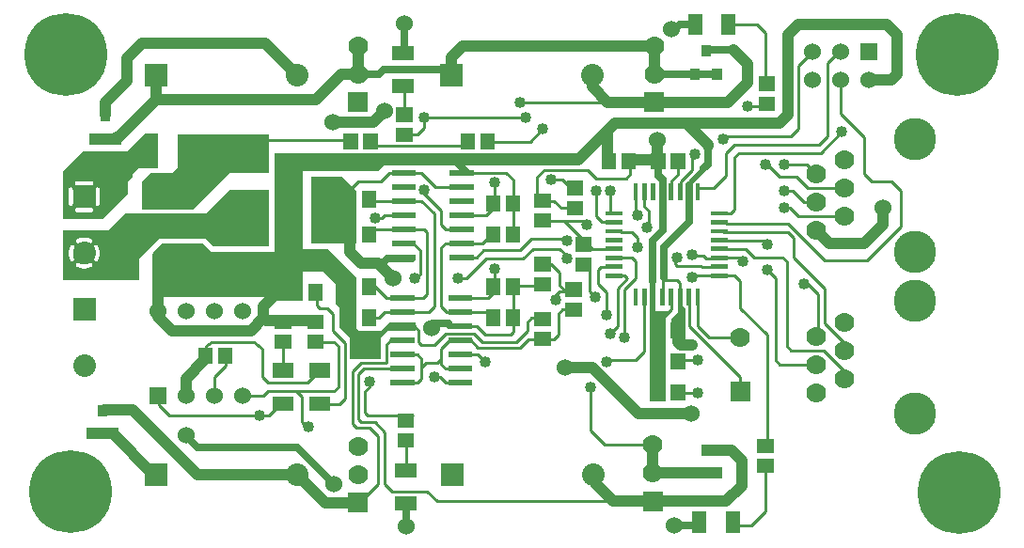
<source format=gbr>
G04 start of page 2 for group 0 idx 0 *
G04 Title: (unknown), component *
G04 Creator: pcb 20110918 *
G04 CreationDate: Thu 28 Mar 2013 10:57:24 PM GMT UTC *
G04 For: railfan *
G04 Format: Gerber/RS-274X *
G04 PCB-Dimensions: 350000 190000 *
G04 PCB-Coordinate-Origin: lower left *
%MOIN*%
%FSLAX25Y25*%
%LNTOP*%
%ADD36C,0.0450*%
%ADD35C,0.0380*%
%ADD34C,0.1280*%
%ADD33C,0.0300*%
%ADD32C,0.1285*%
%ADD31C,0.0390*%
%ADD30C,0.0280*%
%ADD29C,0.0480*%
%ADD28C,0.0350*%
%ADD27C,0.0200*%
%ADD26R,0.0157X0.0157*%
%ADD25R,0.0200X0.0200*%
%ADD24R,0.0360X0.0360*%
%ADD23R,0.0630X0.0630*%
%ADD22R,0.0340X0.0340*%
%ADD21R,0.0512X0.0512*%
%ADD20C,0.0787*%
%ADD19C,0.1500*%
%ADD18C,0.2937*%
%ADD17C,0.0700*%
%ADD16C,0.0600*%
%ADD15C,0.0800*%
%ADD14C,0.0250*%
%ADD13C,0.0400*%
%ADD12C,0.0100*%
%ADD11C,0.0001*%
G54D11*G36*
X113500Y82000D02*X119500D01*
Y76000D01*
X113500D01*
Y82000D01*
G37*
G36*
X128000Y73500D02*Y65000D01*
X117000D01*
Y73500D01*
X128000D01*
G37*
G36*
X112000Y88000D02*X119500D01*
Y81500D01*
X113500D01*
Y83000D01*
X112000Y84500D01*
Y88000D01*
G37*
G36*
X113500Y77000D02*X119500D01*
Y76000D01*
X120500Y75000D01*
X128500D01*
Y73000D01*
X128000Y72500D01*
X117000D01*
X113500Y76000D01*
Y77000D01*
G37*
G36*
X127500Y72500D02*Y75000D01*
X128000D01*
X131000Y78000D01*
X140500D01*
Y75000D01*
X130500D01*
X128000Y72500D01*
X127500D01*
G37*
G36*
X224000Y82000D02*X229000D01*
Y50000D01*
X224000D01*
Y82000D01*
G37*
G36*
X231000Y78000D02*Y79000D01*
X233500Y81500D01*
Y84500D01*
X235000D01*
Y84000D01*
X236000Y83000D01*
Y77000D01*
X231000D01*
Y78000D01*
G37*
G36*
X223500Y93500D02*X225500D01*
Y50000D01*
X223500D01*
Y93500D01*
G37*
G36*
X103500Y106000D02*Y129500D01*
X114500D01*
X119500Y124500D01*
Y106000D01*
X103500D01*
G37*
G36*
X100500Y104000D02*X109500D01*
X119500Y94000D01*
Y87500D01*
X112000D01*
Y91500D01*
X107500Y96000D01*
X97500D01*
Y104000D01*
X100500D01*
G37*
G36*
Y85500D02*X90500D01*
Y136000D01*
X100500D01*
Y85500D01*
G37*
G36*
X90500Y138000D02*X127000D01*
Y131500D01*
X90500D01*
Y138000D01*
G37*
G36*
X126000Y135000D02*Y135500D01*
X129000D01*
Y133500D01*
X127000Y131500D01*
X126000D01*
Y135000D01*
G37*
G36*
X231900Y74600D02*X236100D01*
Y70200D01*
X231900D01*
Y74600D01*
G37*
G36*
X27750Y138500D02*X40000D01*
Y129500D01*
X29000Y118500D01*
X27750D01*
Y119248D01*
X27868Y119257D01*
X27982Y119285D01*
X28092Y119330D01*
X28192Y119391D01*
X28282Y119468D01*
X28359Y119558D01*
X28420Y119658D01*
X28465Y119768D01*
X28493Y119882D01*
X28500Y120000D01*
Y125000D01*
X28493Y125118D01*
X28465Y125232D01*
X28420Y125342D01*
X28359Y125442D01*
X28282Y125532D01*
X28192Y125609D01*
X28092Y125670D01*
X27982Y125715D01*
X27868Y125743D01*
X27750Y125752D01*
Y138500D01*
G37*
G36*
X23000Y136000D02*X25500Y138500D01*
X27750D01*
Y125752D01*
X27632Y125743D01*
X27518Y125715D01*
X27408Y125670D01*
X27308Y125609D01*
X27218Y125532D01*
X27141Y125442D01*
X27080Y125342D01*
X27035Y125232D01*
X27007Y125118D01*
X27000Y125000D01*
Y120000D01*
X27007Y119882D01*
X27035Y119768D01*
X27080Y119658D01*
X27141Y119558D01*
X27218Y119468D01*
X27308Y119391D01*
X27408Y119330D01*
X27518Y119285D01*
X27632Y119257D01*
X27750Y119248D01*
Y118500D01*
X25500D01*
X25500Y118500D01*
X23000D01*
Y126500D01*
X25500D01*
X25618Y126507D01*
X25732Y126535D01*
X25842Y126580D01*
X25942Y126641D01*
X26032Y126718D01*
X26109Y126808D01*
X26170Y126908D01*
X26215Y127018D01*
X26243Y127132D01*
X26252Y127250D01*
X26243Y127368D01*
X26215Y127482D01*
X26170Y127592D01*
X26109Y127692D01*
X26032Y127782D01*
X25942Y127859D01*
X25842Y127920D01*
X25732Y127965D01*
X25618Y127993D01*
X25500Y128000D01*
X23000D01*
Y136000D01*
G37*
G36*
X19000Y118500D02*Y132000D01*
X23000Y136000D01*
Y128000D01*
X20500D01*
X20382Y127993D01*
X20268Y127965D01*
X20158Y127920D01*
X20058Y127859D01*
X19968Y127782D01*
X19891Y127692D01*
X19830Y127592D01*
X19785Y127482D01*
X19757Y127368D01*
X19748Y127250D01*
X19757Y127132D01*
X19785Y127018D01*
X19830Y126908D01*
X19891Y126808D01*
X19968Y126718D01*
X20058Y126641D01*
X20158Y126580D01*
X20268Y126535D01*
X20382Y126507D01*
X20500Y126500D01*
X23000D01*
Y118500D01*
X20500D01*
X20500Y118500D01*
X19000D01*
G37*
G36*
X40000Y138500D02*X49000D01*
Y132500D01*
X42000D01*
X39000Y129500D01*
Y138500D01*
X40000D01*
G37*
G36*
X16500Y106500D02*Y110000D01*
X26500D01*
X29000Y107500D01*
Y106500D01*
X25864D01*
X25865Y106504D01*
X25893Y106619D01*
X25902Y106737D01*
X25892Y106855D01*
X25865Y106969D01*
X25819Y107078D01*
X25757Y107179D01*
X25681Y107269D01*
X25591Y107345D01*
X25489Y107405D01*
X25020Y107622D01*
X24531Y107789D01*
X24028Y107909D01*
X23516Y107982D01*
X23000Y108006D01*
X22484Y107982D01*
X21972Y107909D01*
X21469Y107789D01*
X20980Y107622D01*
X20508Y107410D01*
X20407Y107349D01*
X20316Y107272D01*
X20239Y107182D01*
X20177Y107080D01*
X20131Y106971D01*
X20103Y106855D01*
X20094Y106737D01*
X20103Y106619D01*
X20130Y106503D01*
X20132Y106500D01*
X16500D01*
G37*
G36*
X29000Y118500D02*Y117500D01*
X27750Y116250D01*
Y119248D01*
X27868Y119257D01*
X27982Y119285D01*
X28092Y119330D01*
X28192Y119391D01*
X28282Y119468D01*
X28359Y119558D01*
X28420Y119658D01*
X28465Y119768D01*
X28493Y119882D01*
X28500Y120000D01*
Y125000D01*
X28493Y125118D01*
X28465Y125232D01*
X28420Y125342D01*
X28359Y125442D01*
X28282Y125532D01*
X28192Y125609D01*
X28092Y125670D01*
X27982Y125715D01*
X27868Y125743D01*
X27750Y125752D01*
Y132000D01*
X29000D01*
Y118500D01*
G37*
G36*
X27750Y116250D02*X26500Y115000D01*
X23000D01*
Y117000D01*
X25500D01*
X25618Y117007D01*
X25732Y117035D01*
X25842Y117080D01*
X25942Y117141D01*
X26032Y117218D01*
X26109Y117308D01*
X26170Y117408D01*
X26215Y117518D01*
X26243Y117632D01*
X26252Y117750D01*
X26243Y117868D01*
X26215Y117982D01*
X26170Y118092D01*
X26109Y118192D01*
X26032Y118282D01*
X25942Y118359D01*
X25842Y118420D01*
X25732Y118465D01*
X25618Y118493D01*
X25500Y118500D01*
X23000D01*
Y126500D01*
X25500D01*
X25618Y126507D01*
X25732Y126535D01*
X25842Y126580D01*
X25942Y126641D01*
X26032Y126718D01*
X26109Y126808D01*
X26170Y126908D01*
X26215Y127018D01*
X26243Y127132D01*
X26252Y127250D01*
X26243Y127368D01*
X26215Y127482D01*
X26170Y127592D01*
X26109Y127692D01*
X26032Y127782D01*
X25942Y127859D01*
X25842Y127920D01*
X25732Y127965D01*
X25618Y127993D01*
X25500Y128000D01*
X23000D01*
Y132000D01*
X27750D01*
Y125752D01*
X27632Y125743D01*
X27518Y125715D01*
X27408Y125670D01*
X27308Y125609D01*
X27218Y125532D01*
X27141Y125442D01*
X27080Y125342D01*
X27035Y125232D01*
X27007Y125118D01*
X27000Y125000D01*
Y120000D01*
X27007Y119882D01*
X27035Y119768D01*
X27080Y119658D01*
X27141Y119558D01*
X27218Y119468D01*
X27308Y119391D01*
X27408Y119330D01*
X27518Y119285D01*
X27632Y119257D01*
X27750Y119248D01*
Y116250D01*
G37*
G36*
X23000Y115000D02*X18250D01*
Y119248D01*
X18368Y119257D01*
X18482Y119285D01*
X18592Y119330D01*
X18692Y119391D01*
X18782Y119468D01*
X18859Y119558D01*
X18920Y119658D01*
X18965Y119768D01*
X18993Y119882D01*
X19000Y120000D01*
Y125000D01*
X18993Y125118D01*
X18965Y125232D01*
X18920Y125342D01*
X18859Y125442D01*
X18782Y125532D01*
X18692Y125609D01*
X18592Y125670D01*
X18482Y125715D01*
X18368Y125743D01*
X18250Y125752D01*
Y131750D01*
X18500Y132000D01*
X23000D01*
Y128000D01*
X20500D01*
X20382Y127993D01*
X20268Y127965D01*
X20158Y127920D01*
X20058Y127859D01*
X19968Y127782D01*
X19891Y127692D01*
X19830Y127592D01*
X19785Y127482D01*
X19757Y127368D01*
X19748Y127250D01*
X19757Y127132D01*
X19785Y127018D01*
X19830Y126908D01*
X19891Y126808D01*
X19968Y126718D01*
X20058Y126641D01*
X20158Y126580D01*
X20268Y126535D01*
X20382Y126507D01*
X20500Y126500D01*
X23000D01*
Y118500D01*
X20500D01*
X20382Y118493D01*
X20268Y118465D01*
X20158Y118420D01*
X20058Y118359D01*
X19968Y118282D01*
X19891Y118192D01*
X19830Y118092D01*
X19785Y117982D01*
X19757Y117868D01*
X19748Y117750D01*
X19757Y117632D01*
X19785Y117518D01*
X19830Y117408D01*
X19891Y117308D01*
X19968Y117218D01*
X20058Y117141D01*
X20158Y117080D01*
X20268Y117035D01*
X20382Y117007D01*
X20500Y117000D01*
X23000D01*
Y115000D01*
G37*
G36*
X18250D02*X16500D01*
Y130000D01*
X18250Y131750D01*
Y125752D01*
X18132Y125743D01*
X18018Y125715D01*
X17908Y125670D01*
X17808Y125609D01*
X17718Y125532D01*
X17641Y125442D01*
X17580Y125342D01*
X17535Y125232D01*
X17507Y125118D01*
X17500Y125000D01*
Y120000D01*
X17507Y119882D01*
X17535Y119768D01*
X17580Y119658D01*
X17641Y119558D01*
X17718Y119468D01*
X17808Y119391D01*
X17908Y119330D01*
X18018Y119285D01*
X18132Y119257D01*
X18250Y119248D01*
Y115000D01*
G37*
G36*
X27493Y110500D02*X29500D01*
X34625Y105375D01*
X34528Y104971D01*
X34491Y104500D01*
X34528Y104029D01*
X34638Y103570D01*
X34819Y103134D01*
X35065Y102731D01*
X35372Y102372D01*
X35731Y102065D01*
X36134Y101819D01*
X36570Y101638D01*
X37029Y101528D01*
X37500Y101491D01*
X37971Y101528D01*
X38375Y101625D01*
X42500Y97500D01*
Y93000D01*
X27493D01*
Y99645D01*
X27578Y99681D01*
X27679Y99743D01*
X27769Y99819D01*
X27845Y99909D01*
X27905Y100011D01*
X28122Y100480D01*
X28289Y100969D01*
X28409Y101472D01*
X28482Y101984D01*
X28506Y102500D01*
X28482Y103016D01*
X28409Y103528D01*
X28289Y104031D01*
X28122Y104520D01*
X27910Y104992D01*
X27849Y105093D01*
X27772Y105184D01*
X27682Y105261D01*
X27580Y105323D01*
X27493Y105360D01*
Y110500D01*
G37*
G36*
X23002D02*X27493D01*
Y105360D01*
X27471Y105369D01*
X27355Y105397D01*
X27237Y105406D01*
X27119Y105397D01*
X27003Y105370D01*
X26893Y105324D01*
X26792Y105262D01*
X26702Y105186D01*
X26624Y105095D01*
X26562Y104994D01*
X26516Y104885D01*
X26489Y104769D01*
X26479Y104651D01*
X26488Y104532D01*
X26516Y104417D01*
X26563Y104308D01*
X26721Y103968D01*
X26842Y103612D01*
X26930Y103247D01*
X26982Y102875D01*
X27000Y102500D01*
X26982Y102125D01*
X26930Y101753D01*
X26842Y101388D01*
X26721Y101032D01*
X26567Y100690D01*
X26520Y100582D01*
X26493Y100467D01*
X26483Y100349D01*
X26493Y100232D01*
X26521Y100117D01*
X26566Y100008D01*
X26628Y99907D01*
X26705Y99818D01*
X26795Y99741D01*
X26895Y99680D01*
X27004Y99635D01*
X27119Y99607D01*
X27237Y99598D01*
X27355Y99608D01*
X27469Y99635D01*
X27493Y99645D01*
Y93000D01*
X23002D01*
Y96994D01*
X23516Y97018D01*
X24028Y97091D01*
X24531Y97211D01*
X25020Y97378D01*
X25492Y97590D01*
X25593Y97651D01*
X25684Y97728D01*
X25761Y97818D01*
X25823Y97920D01*
X25869Y98029D01*
X25897Y98145D01*
X25906Y98263D01*
X25897Y98381D01*
X25870Y98497D01*
X25824Y98607D01*
X25762Y98708D01*
X25686Y98798D01*
X25595Y98876D01*
X25494Y98938D01*
X25385Y98984D01*
X25269Y99011D01*
X25151Y99021D01*
X25032Y99012D01*
X24917Y98984D01*
X24808Y98937D01*
X24468Y98779D01*
X24112Y98658D01*
X23747Y98570D01*
X23375Y98518D01*
X23002Y98500D01*
Y106500D01*
X23375Y106482D01*
X23747Y106430D01*
X24112Y106342D01*
X24468Y106221D01*
X24810Y106067D01*
X24918Y106020D01*
X25033Y105993D01*
X25151Y105983D01*
X25268Y105993D01*
X25383Y106021D01*
X25492Y106066D01*
X25593Y106128D01*
X25682Y106205D01*
X25759Y106295D01*
X25820Y106395D01*
X25865Y106504D01*
X25893Y106619D01*
X25902Y106737D01*
X25892Y106855D01*
X25865Y106969D01*
X25819Y107078D01*
X25757Y107179D01*
X25681Y107269D01*
X25591Y107345D01*
X25489Y107405D01*
X25020Y107622D01*
X24531Y107789D01*
X24028Y107909D01*
X23516Y107982D01*
X23002Y108006D01*
Y110500D01*
G37*
G36*
X18507D02*X23002D01*
Y108006D01*
X23000Y108006D01*
X22484Y107982D01*
X21972Y107909D01*
X21469Y107789D01*
X20980Y107622D01*
X20508Y107410D01*
X20407Y107349D01*
X20316Y107272D01*
X20239Y107182D01*
X20177Y107080D01*
X20131Y106971D01*
X20103Y106855D01*
X20094Y106737D01*
X20103Y106619D01*
X20130Y106503D01*
X20176Y106393D01*
X20238Y106292D01*
X20314Y106202D01*
X20405Y106124D01*
X20506Y106062D01*
X20615Y106016D01*
X20731Y105989D01*
X20849Y105979D01*
X20968Y105988D01*
X21083Y106016D01*
X21192Y106063D01*
X21532Y106221D01*
X21888Y106342D01*
X22253Y106430D01*
X22625Y106482D01*
X23000Y106500D01*
X23002Y106500D01*
Y98500D01*
X23000Y98500D01*
X22625Y98518D01*
X22253Y98570D01*
X21888Y98658D01*
X21532Y98779D01*
X21190Y98933D01*
X21082Y98980D01*
X20967Y99007D01*
X20849Y99017D01*
X20732Y99007D01*
X20617Y98979D01*
X20508Y98934D01*
X20407Y98872D01*
X20318Y98795D01*
X20241Y98705D01*
X20180Y98605D01*
X20135Y98496D01*
X20107Y98381D01*
X20098Y98263D01*
X20108Y98145D01*
X20135Y98031D01*
X20181Y97922D01*
X20243Y97821D01*
X20319Y97731D01*
X20409Y97655D01*
X20511Y97595D01*
X20980Y97378D01*
X21469Y97211D01*
X21972Y97091D01*
X22484Y97018D01*
X23000Y96994D01*
X23002Y96994D01*
Y93000D01*
X18507D01*
Y99640D01*
X18529Y99631D01*
X18645Y99603D01*
X18763Y99594D01*
X18881Y99603D01*
X18997Y99630D01*
X19107Y99676D01*
X19208Y99738D01*
X19298Y99814D01*
X19376Y99905D01*
X19438Y100006D01*
X19484Y100115D01*
X19511Y100231D01*
X19521Y100349D01*
X19512Y100468D01*
X19484Y100583D01*
X19437Y100692D01*
X19279Y101032D01*
X19158Y101388D01*
X19070Y101753D01*
X19018Y102125D01*
X19000Y102500D01*
X19018Y102875D01*
X19070Y103247D01*
X19158Y103612D01*
X19279Y103968D01*
X19433Y104310D01*
X19480Y104418D01*
X19507Y104533D01*
X19517Y104651D01*
X19507Y104768D01*
X19479Y104883D01*
X19434Y104992D01*
X19372Y105093D01*
X19295Y105182D01*
X19205Y105259D01*
X19105Y105320D01*
X18996Y105365D01*
X18881Y105393D01*
X18763Y105402D01*
X18645Y105392D01*
X18531Y105365D01*
X18507Y105355D01*
Y110500D01*
G37*
G36*
X15500D02*X18507D01*
Y105355D01*
X18422Y105319D01*
X18321Y105257D01*
X18231Y105181D01*
X18155Y105091D01*
X18095Y104989D01*
X17878Y104520D01*
X17711Y104031D01*
X17591Y103528D01*
X17518Y103016D01*
X17494Y102500D01*
X17518Y101984D01*
X17591Y101472D01*
X17711Y100969D01*
X17878Y100480D01*
X18090Y100008D01*
X18151Y99907D01*
X18228Y99816D01*
X18318Y99739D01*
X18420Y99677D01*
X18507Y99640D01*
Y93000D01*
X15500D01*
Y110500D01*
G37*
G36*
X27750Y130000D02*X38500D01*
Y123500D01*
X29500Y114500D01*
X27750D01*
Y119248D01*
X27868Y119257D01*
X27982Y119285D01*
X28092Y119330D01*
X28192Y119391D01*
X28282Y119468D01*
X28359Y119558D01*
X28420Y119658D01*
X28465Y119768D01*
X28493Y119882D01*
X28500Y120000D01*
Y125000D01*
X28493Y125118D01*
X28465Y125232D01*
X28420Y125342D01*
X28359Y125442D01*
X28282Y125532D01*
X28192Y125609D01*
X28092Y125670D01*
X27982Y125715D01*
X27868Y125743D01*
X27750Y125752D01*
Y130000D01*
G37*
G36*
X23000D02*X27750D01*
Y125752D01*
X27632Y125743D01*
X27518Y125715D01*
X27408Y125670D01*
X27308Y125609D01*
X27218Y125532D01*
X27141Y125442D01*
X27080Y125342D01*
X27035Y125232D01*
X27007Y125118D01*
X27000Y125000D01*
Y120000D01*
X27007Y119882D01*
X27035Y119768D01*
X27080Y119658D01*
X27141Y119558D01*
X27218Y119468D01*
X27308Y119391D01*
X27408Y119330D01*
X27518Y119285D01*
X27632Y119257D01*
X27750Y119248D01*
Y114500D01*
X23000D01*
Y117000D01*
X25500D01*
X25618Y117007D01*
X25732Y117035D01*
X25842Y117080D01*
X25942Y117141D01*
X26032Y117218D01*
X26109Y117308D01*
X26170Y117408D01*
X26215Y117518D01*
X26243Y117632D01*
X26252Y117750D01*
X26243Y117868D01*
X26215Y117982D01*
X26170Y118092D01*
X26109Y118192D01*
X26032Y118282D01*
X25942Y118359D01*
X25842Y118420D01*
X25732Y118465D01*
X25618Y118493D01*
X25500Y118500D01*
X23000D01*
Y126500D01*
X25500D01*
X25618Y126507D01*
X25732Y126535D01*
X25842Y126580D01*
X25942Y126641D01*
X26032Y126718D01*
X26109Y126808D01*
X26170Y126908D01*
X26215Y127018D01*
X26243Y127132D01*
X26252Y127250D01*
X26243Y127368D01*
X26215Y127482D01*
X26170Y127592D01*
X26109Y127692D01*
X26032Y127782D01*
X25942Y127859D01*
X25842Y127920D01*
X25732Y127965D01*
X25618Y127993D01*
X25500Y128000D01*
X23000D01*
Y130000D01*
G37*
G36*
X18250D02*X23000D01*
Y128000D01*
X20500D01*
X20382Y127993D01*
X20268Y127965D01*
X20158Y127920D01*
X20058Y127859D01*
X19968Y127782D01*
X19891Y127692D01*
X19830Y127592D01*
X19785Y127482D01*
X19757Y127368D01*
X19748Y127250D01*
X19757Y127132D01*
X19785Y127018D01*
X19830Y126908D01*
X19891Y126808D01*
X19968Y126718D01*
X20058Y126641D01*
X20158Y126580D01*
X20268Y126535D01*
X20382Y126507D01*
X20500Y126500D01*
X23000D01*
Y118500D01*
X20500D01*
X20382Y118493D01*
X20268Y118465D01*
X20158Y118420D01*
X20058Y118359D01*
X19968Y118282D01*
X19891Y118192D01*
X19830Y118092D01*
X19785Y117982D01*
X19757Y117868D01*
X19748Y117750D01*
X19757Y117632D01*
X19785Y117518D01*
X19830Y117408D01*
X19891Y117308D01*
X19968Y117218D01*
X20058Y117141D01*
X20158Y117080D01*
X20268Y117035D01*
X20382Y117007D01*
X20500Y117000D01*
X23000D01*
Y114500D01*
X18250D01*
Y119248D01*
X18368Y119257D01*
X18482Y119285D01*
X18592Y119330D01*
X18692Y119391D01*
X18782Y119468D01*
X18859Y119558D01*
X18920Y119658D01*
X18965Y119768D01*
X18993Y119882D01*
X19000Y120000D01*
Y125000D01*
X18993Y125118D01*
X18965Y125232D01*
X18920Y125342D01*
X18859Y125442D01*
X18782Y125532D01*
X18692Y125609D01*
X18592Y125670D01*
X18482Y125715D01*
X18368Y125743D01*
X18250Y125752D01*
Y130000D01*
G37*
G36*
X15500Y114500D02*Y130000D01*
X18250D01*
Y125752D01*
X18132Y125743D01*
X18018Y125715D01*
X17908Y125670D01*
X17808Y125609D01*
X17718Y125532D01*
X17641Y125442D01*
X17580Y125342D01*
X17535Y125232D01*
X17507Y125118D01*
X17500Y125000D01*
Y120000D01*
X17507Y119882D01*
X17535Y119768D01*
X17580Y119658D01*
X17641Y119558D01*
X17718Y119468D01*
X17808Y119391D01*
X17908Y119330D01*
X18018Y119285D01*
X18132Y119257D01*
X18250Y119248D01*
Y114500D01*
X15500D01*
G37*
G36*
Y129500D02*Y131500D01*
X22500Y138500D01*
X26500D01*
Y129500D01*
X15500D01*
G37*
G36*
X38000Y138500D02*X44500Y145000D01*
X49000D01*
Y138000D01*
X38000D01*
Y138500D01*
G37*
G36*
X28500Y110500D02*X31500D01*
X37500Y116500D01*
X66000D01*
X74500Y125000D01*
X88500D01*
Y105000D01*
X68500D01*
X66000Y107500D01*
X49500D01*
X42500Y100500D01*
Y96000D01*
X31500D01*
Y103500D01*
X28500Y106500D01*
Y110500D01*
G37*
G36*
X56000Y144500D02*X88500D01*
Y131000D01*
X74500D01*
X61500Y118000D01*
X43500D01*
Y128000D01*
X46500Y131000D01*
X54000D01*
X56000Y133000D01*
Y144500D01*
G37*
G36*
X50500Y106000D02*X65000D01*
X68000Y103000D01*
X95500D01*
Y87000D01*
X47500D01*
Y103000D01*
X50500Y106000D01*
G37*
G54D12*X177500Y156000D02*X225000D01*
G54D13*X203000Y165500D02*Y161500D01*
X208500Y156000D01*
X157000Y176000D02*X225000D01*
G54D12*X166000Y142000D02*X181000D01*
X184500Y145500D01*
X159500Y131000D02*X172500D01*
X175000Y128500D01*
X188500D02*X192500D01*
G54D13*X198000Y135500D02*X211000Y148500D01*
X208500Y145500D02*Y134500D01*
G54D12*X183500Y129500D02*X186000Y132000D01*
X201500D01*
X204500Y129000D01*
X215000D01*
X216500Y130500D02*Y134500D01*
G54D13*X215500Y135500D02*X226000D01*
G54D12*X233500Y130500D02*Y134500D01*
G54D13*X226000Y134000D02*Y142500D01*
G54D14*X226500Y130000D02*Y133500D01*
X244000Y136500D02*Y140500D01*
Y134000D02*Y141000D01*
G54D13*X225000Y176000D02*Y166000D01*
X244000Y141000D02*X236500Y148500D01*
X244000Y140500D02*Y141000D01*
G54D14*X242500Y142500D01*
G54D12*X238500Y132000D02*Y136500D01*
X239500Y137500D01*
G54D14*X242500Y132500D02*X244000Y134000D01*
G54D12*X250500Y130000D02*Y138000D01*
X253500Y141000D01*
X249500Y143000D02*X250500Y144000D01*
G54D13*X30500Y156000D02*X38000Y163500D01*
Y171500D01*
X30500Y156000D02*Y151500D01*
X34000Y143000D02*X34500Y143500D01*
G54D12*X73000Y62500D02*Y65500D01*
X66000Y67000D02*Y69500D01*
X68000Y71000D01*
G54D13*X49000Y80000D02*X54000Y75000D01*
X34500Y143500D02*X35000D01*
X48500Y157000D01*
X54000Y75000D02*X82000D01*
G54D12*X68000Y71000D02*X83000D01*
G54D13*X34000Y143000D02*X27000D01*
X38000Y171500D02*X43500Y177000D01*
X87000D01*
X48500Y157000D02*Y167000D01*
X48000Y167500D01*
X48500Y157000D02*X105000D01*
G54D12*X111000Y142500D02*X85500D01*
G54D13*X87000Y177000D02*X98500Y165500D01*
G54D12*X110000Y142500D02*X117000D01*
G54D13*X92500Y88500D02*X97500D01*
G54D12*X83000Y71000D02*X86000Y68500D01*
G54D13*X82000Y75000D02*X86500Y79500D01*
G54D12*X121000Y63500D02*X130000D01*
G54D14*X117000Y90500D02*Y79500D01*
G54D12*X115500Y70500D02*X111000Y75000D01*
Y81000D01*
X130000Y63500D02*Y70000D01*
X131500Y71500D01*
G54D14*X128500Y98500D02*X130500Y100500D01*
G54D13*X117000Y103000D02*X121000Y99000D01*
X127000D01*
G54D14*X127500Y98500D02*X128500D01*
G54D13*X86500Y79000D02*Y83500D01*
X94500Y91500D02*Y133500D01*
X86500Y83500D02*X94500Y91500D01*
G54D12*X111000Y81000D02*X109000Y83000D01*
X106500D01*
X105500Y84000D01*
Y87500D01*
G54D13*X106500Y127000D02*Y120500D01*
X111500Y115500D01*
X117000D01*
Y109000D01*
Y121500D01*
Y109500D02*Y103000D01*
X125500Y149000D02*X129500Y153000D01*
G54D12*X136500Y161500D02*Y151500D01*
G54D14*X127500Y166000D02*X129000Y167500D01*
G54D13*X111000Y149000D02*X125500D01*
X120000Y176000D02*Y166500D01*
X120500Y166000D01*
X105000Y157000D02*X114000Y166000D01*
X120000D01*
G54D14*X127500D01*
G54D12*X143500Y147000D02*Y151000D01*
X141000Y144500D02*X143500Y147000D01*
G54D13*X153000Y165500D02*Y172000D01*
X157000Y176000D01*
G54D14*X151000Y167500D02*X153000Y165500D01*
X136500Y184000D02*Y174000D01*
X129000Y167500D02*X151000D01*
G54D12*X136500Y144500D02*X141000D01*
X126000Y140500D02*X159000D01*
X143500Y111000D02*X138000D01*
X151000D02*X149500Y112500D01*
X139000Y121000D02*X142500D01*
X147000Y116500D01*
X149500Y112500D02*Y117500D01*
X143000Y124000D01*
X168500Y127500D02*Y119500D01*
X175000Y128500D02*Y108500D01*
X159500Y116000D02*X165500D01*
X168000Y118500D01*
X147500Y126000D02*X155000D01*
G54D14*X154000Y135500D02*X158000Y131500D01*
G54D12*X143500Y150500D02*X179500D01*
X143500Y125000D02*X144500D01*
X186000Y121000D02*X189500D01*
X192500Y128500D02*X195500Y125500D01*
X192000Y118500D02*X197000D01*
X183500Y121000D02*Y129500D01*
X186000Y114000D02*X199500D01*
X125000Y121000D02*X134500D01*
X117000Y121500D02*Y125000D01*
X120000Y128000D01*
X128000D01*
X131000Y131000D01*
X135000D01*
X124500Y111000D02*X135000D01*
X117000Y122000D02*Y109000D01*
X126000Y115000D02*X128500D01*
X129500Y116000D01*
X134500D01*
X137500Y131000D02*X142500D01*
X147500Y126000D01*
G54D13*X95500Y135500D02*X198000D01*
G54D12*X198500Y137500D02*X108000D01*
X168500Y90500D02*Y97500D01*
X147000Y116500D02*Y83500D01*
G54D14*Y77500D02*X152000D01*
X152500Y77000D01*
G54D12*X151000Y74000D02*X147000Y70000D01*
X142500D01*
X142000Y103500D02*Y95000D01*
X140000Y76500D02*X139000D01*
X159500Y71500D02*X160000D01*
X162500Y69000D01*
X139500Y106000D02*X142000Y103500D01*
Y95000D02*X140500Y93500D01*
G54D14*X130500Y100500D02*X139000D01*
G54D13*X127000Y99000D02*X132500Y93500D01*
G54D12*X142500Y70000D02*X141500Y71000D01*
Y75000D01*
X140000Y76500D01*
X151000Y74000D02*X161000D01*
X164000Y71000D01*
X176000D01*
X180000Y75000D01*
Y78000D01*
X181500Y79500D01*
X185000D01*
X190000Y86000D02*Y87500D01*
X238000Y127500D02*X243500Y133000D01*
X243000Y133500D02*X237500Y128000D01*
Y127000D02*X238000Y126500D01*
X237500Y128000D02*Y127000D01*
X234500Y128000D02*X238500Y132000D01*
X240500Y125500D02*X246000D01*
X250500Y130000D01*
X253500Y118000D02*Y136500D01*
X224500Y76500D02*X226000Y75000D01*
X228000Y88500D02*Y90500D01*
X240500Y85000D02*Y76500D01*
X244500Y72500D01*
X237500Y84500D02*Y76500D01*
X233500Y64500D02*X240500D01*
G54D13*X233500Y71000D02*X234500Y70000D01*
G54D12*X244500Y72500D02*X255000D01*
X273500Y68000D02*X285000D01*
X269500Y63000D02*X282500D01*
X265000Y73500D02*X255500Y83000D01*
X268000Y64500D02*Y93500D01*
X272000Y69500D02*X273500Y68000D01*
X272000Y99500D02*Y69500D01*
X268000Y64500D02*X269500Y63000D01*
X285500Y90000D02*Y77500D01*
X255500Y83000D02*Y92500D01*
X253500Y94500D01*
X249500D01*
X268000Y93500D02*X265000Y96500D01*
X285500Y90000D02*X274500Y101000D01*
X272000Y99500D02*X270500Y101000D01*
X260500D01*
X241500Y98000D02*X233000D01*
X246000Y94500D02*X239000D01*
X243500Y100500D02*X246000D01*
Y97500D02*X242000D01*
X241500Y98000D01*
X238500Y101500D02*X242500D01*
X243500Y100500D01*
X250500Y107000D02*X263500D01*
X272500Y110000D02*X249500D01*
X250500Y116500D02*X252000D01*
X253500Y118000D01*
X250500Y113000D02*X272500D01*
X263500Y107000D02*X265000Y105500D01*
X260500Y101000D02*X257500Y104000D01*
X274500Y101000D02*Y108000D01*
X272500Y110000D01*
G54D13*X282500Y110500D02*X287000Y106000D01*
X287500D02*X299500D01*
X306000Y112500D01*
Y118500D01*
G54D12*X285500Y100000D02*X300500D01*
X312500Y112000D01*
Y124500D01*
X309000Y128000D01*
X273000Y118500D02*X276000Y115500D01*
X293000D01*
X279500Y125500D02*X275500Y129500D01*
X271000Y118500D02*X273000D01*
X271000Y124500D02*X274000D01*
X278000Y120500D01*
X292500Y125500D02*X279500D01*
X278000Y120500D02*X282000D01*
X282500Y121000D01*
X228000Y89500D02*Y95000D01*
X228500Y96000D02*Y95500D01*
X232500Y98500D02*Y100500D01*
X233000Y98000D02*X232500Y98500D01*
X233000Y93000D02*X234000Y92000D01*
X224500Y85500D02*Y76500D01*
X231000Y85500D02*Y82500D01*
X227500Y79000D01*
Y75500D01*
X224500Y81500D02*X230000D01*
X224500Y93000D02*Y87500D01*
G54D14*X228500Y94000D02*Y104500D01*
G54D12*X155500Y93500D02*X158500D01*
X165500Y100500D01*
X178500D01*
X159500Y106000D02*X164000D01*
X167000Y109000D01*
X159500Y101000D02*X162000D01*
X164500Y103500D01*
G54D14*X224500Y107000D02*Y92500D01*
X228000Y110500D02*X224500Y107000D01*
X228000Y126500D02*Y110500D01*
G54D12*X231000Y126000D02*Y128000D01*
X233500Y130500D01*
G54D14*X228000Y126000D02*Y128500D01*
X226500Y130000D01*
G54D12*X234500Y126000D02*Y128000D01*
G54D14*X228500Y104500D02*X237500Y113500D01*
Y126500D01*
G54D12*X218500Y122500D02*Y116000D01*
X221500Y122500D02*Y119000D01*
X218500Y116000D02*X219000Y115500D01*
X190000Y87500D02*X191500Y89000D01*
X202000Y98500D02*Y89000D01*
X181500Y107500D02*X193000D01*
X194000Y106500D01*
X193000Y114000D02*X203000Y104000D01*
X199500Y114000D02*X201000Y112500D01*
X189500Y121000D02*X192000Y118500D01*
X203000Y104000D02*X210000D01*
X209500Y124500D02*Y116500D01*
X206500Y113500D02*X209500D01*
X204500Y124500D02*Y115500D01*
X206500Y113500D01*
G54D13*X208500Y156000D02*X251000D01*
X258000Y163000D01*
Y169500D01*
X253000Y174500D01*
G54D14*X225000Y166000D02*X247500D01*
X232500Y182000D02*X234000Y183500D01*
X239000D01*
X231000Y182000D02*X232500D01*
G54D13*X211000Y148500D02*X269500D01*
G54D14*X253000Y174500D02*X243000D01*
G54D12*X251000Y183500D02*X261500D01*
X264500Y180500D01*
Y162000D01*
X276000Y169000D02*X281000Y174000D01*
G54D13*X272500Y180000D02*X276000Y183500D01*
X307500D01*
X311000Y180000D01*
G54D12*X286500Y170000D02*X291000Y174500D01*
G54D13*X311000Y180000D02*Y166000D01*
X309000Y164000D01*
X301000D01*
G54D12*X286500Y144000D02*Y170000D01*
X291000Y152000D02*Y164000D01*
X276000Y146500D02*Y169000D01*
X250500Y144000D02*X273500D01*
X258000Y154500D02*X265000D01*
G54D13*X269500Y148500D02*X272500Y151500D01*
G54D12*X253500Y136500D02*X255000Y138000D01*
G54D13*X272500Y151500D02*Y180000D01*
G54D12*X273500Y144000D02*X276000Y146500D01*
X253500Y141000D02*X283500D01*
X255000Y138000D02*X284000D01*
X269500Y129500D02*X265000Y134000D01*
X275500Y129500D02*X269500D01*
X302000Y128000D02*X299500Y130500D01*
X309000Y128000D02*X302000D01*
X271000Y134000D02*X279000D01*
X282500Y130500D01*
X283500Y141000D02*X286500Y144000D01*
X299500Y143500D02*X291000Y152000D01*
X284000Y138000D02*X291500Y145500D01*
X299500Y143500D02*Y130500D01*
X144500Y110000D02*X143500Y111000D01*
X151000Y106000D02*X154500D01*
X149500Y104500D02*X151000Y106000D01*
X154500Y111000D02*X151000D01*
X143000Y86500D02*X144500Y88000D01*
X138000Y86500D02*X143000D01*
X124500Y90500D02*X126000D01*
X130000Y86500D01*
X133500D01*
X124500Y79500D02*X127500D01*
X129500Y81500D01*
X135000D01*
X144500Y88000D02*Y110000D01*
X149500Y83500D02*Y104500D01*
X151500Y81500D02*X149500Y83500D01*
X138500Y81500D02*X145000D01*
X153500D02*X151500D01*
X145000D02*X147000Y83500D01*
X162500Y69000D02*X177500D01*
X162500Y66500D02*X165000Y64000D01*
X159000Y66500D02*X162500D01*
X158500Y86500D02*X166000D01*
X168000Y88500D01*
X158500Y81500D02*X168000D01*
X158000Y76500D02*X162000D01*
X165000Y73500D01*
X168000Y81500D02*X168500Y81000D01*
X174000Y73500D02*X175000Y74500D01*
X165000Y73500D02*X174000D01*
X175000Y90500D02*Y74500D01*
X149500Y63000D02*Y68500D01*
X152500Y71500D01*
X148000Y63500D02*X149500Y65000D01*
Y63000D02*X151000Y61500D01*
X154500D01*
X120000Y59500D02*X122000Y61500D01*
X134500D01*
X151000Y56500D02*X154000D01*
X147000Y58500D02*X149000D01*
X151000Y56500D01*
X144000Y63500D02*X148000D01*
X142500Y62000D02*X144000Y63500D01*
X138500Y66500D02*X141000D01*
X142500Y65000D01*
Y58000D01*
X141000Y56500D01*
X137500D01*
G54D13*X48500Y24000D02*X47500D01*
X33000Y38500D01*
X26000D01*
X49000Y80000D02*Y101500D01*
G54D12*X49500Y52000D02*Y48500D01*
G54D13*X59000Y58000D02*X65500Y64500D01*
X59000Y52000D02*Y58000D01*
X40000Y47000D02*X30000D01*
X40000D02*X63000Y24000D01*
G54D12*X49500Y48500D02*X53000Y45000D01*
G54D14*X63000Y33500D02*X59000Y37500D01*
G54D13*X98500Y24000D02*X108500Y14000D01*
X120000D01*
G54D12*X120500D01*
G54D13*X63000Y24000D02*X99000D01*
G54D12*X113000Y19000D02*X98500Y33500D01*
G54D14*X63000D01*
X98500D02*X112500Y19500D01*
G54D12*X111500Y53500D02*X113000Y55000D01*
X115500Y51000D02*X113500Y49000D01*
X119500Y40500D02*X118000Y42000D01*
X121000Y42500D02*X120000Y43500D01*
X113500Y49000D02*X106500D01*
X100000Y42500D02*X102000Y40500D01*
X118000Y42000D02*Y60500D01*
X121000Y63500D01*
X120000Y43500D02*Y59500D01*
X100000Y51500D02*Y42500D01*
X131500Y71500D02*X133000D01*
G54D13*X87500Y78500D02*X105000D01*
G54D12*X88000Y53500D02*X111500D01*
X102000Y56500D02*X105000Y59500D01*
X88000Y56500D02*X102000D01*
X93500Y61000D02*Y71000D01*
X86000Y68500D02*Y58500D01*
X98000Y53500D02*X100000Y51500D01*
X124000Y57000D02*Y55000D01*
X122500Y53500D01*
Y46000D01*
X123500Y45000D01*
X111500Y71000D02*X105500D01*
X113000Y69500D02*X111500Y71000D01*
X113000Y55000D02*Y69500D01*
X115500Y51000D02*Y70500D01*
X137000Y36500D02*Y25000D01*
G54D14*Y5500D02*Y13500D01*
G54D12*X144500Y18000D02*X132000D01*
X129500Y20500D01*
X120500Y14000D02*X127000Y20500D01*
Y37500D01*
X124000Y40500D01*
X119500D01*
X129500Y20500D02*Y39000D01*
X126000Y42500D01*
X121000D01*
X123500Y45000D02*X139500D01*
X86500Y52000D02*X88000Y53500D01*
X93500Y49000D02*X92500D01*
X88500Y45000D01*
X79000Y52000D02*X86500D01*
X86000Y58500D02*X88000Y56500D01*
X53000Y45000D02*X88500D01*
X69000Y52000D02*Y58500D01*
X73000Y62500D01*
G54D13*X224500Y24500D02*X247000D01*
X224500Y34500D02*Y24500D01*
X238000Y45500D02*X219500D01*
G54D12*X233500Y53000D02*X240500D01*
X202500Y39500D02*Y55000D01*
G54D13*X252500Y32500D02*X244000D01*
X210500Y14500D02*X250500D01*
X256000Y20000D01*
Y29000D01*
X252500Y32500D01*
G54D12*X255500Y58500D02*Y53000D01*
G54D14*X232000Y6000D02*X241500D01*
G54D12*X211500Y14500D02*X148000D01*
X144500Y18000D01*
X253500Y6000D02*X259500D01*
X264500Y11000D01*
Y26500D01*
X265000Y34000D02*Y73500D01*
G54D13*X204000Y24000D02*Y21000D01*
X210500Y14500D01*
G54D12*X202500Y39500D02*X207500Y34500D01*
X224500D01*
G54D13*X219500Y45500D02*X203000Y62000D01*
G54D12*X257500Y104000D02*X248500D01*
X292500Y60500D02*Y58000D01*
X249500Y101000D02*X255000D01*
X272500Y113000D02*X285500Y100000D01*
X255000Y101000D02*X256500Y99500D01*
X285500Y77500D02*X294500Y68500D01*
X283000Y78000D02*Y88000D01*
X285000Y68000D02*X292500Y60500D01*
X283000Y88000D02*X279000Y92000D01*
X283000Y73000D02*Y78500D01*
X237500Y76500D02*X255500Y58500D01*
X164500Y103500D02*X177500D01*
X181500Y107500D01*
X175000Y91000D02*X185500D01*
X178500Y100500D02*X182000Y104000D01*
X191500D02*X194000Y101500D01*
X191500Y95500D02*Y91000D01*
X193000Y89500D02*X196000D01*
X191500Y91000D02*X193000Y89500D01*
X191500Y89000D02*X195500D01*
X188500Y98500D02*X191500Y95500D01*
X186000Y98500D02*X188500D01*
X182000Y104000D02*X191500D01*
X228000Y94500D02*Y91000D01*
X233000Y93000D02*X228500D01*
Y94500D01*
X228000D01*
G54D13*X233500Y74500D02*Y71000D01*
G54D12*X234000Y92000D02*Y89000D01*
G54D13*X234500Y70000D02*X238500D01*
G54D12*X214500Y89500D02*X218500Y93500D01*
X208000Y80500D02*Y88500D01*
X212000Y90000D02*Y76500D01*
X213000Y94500D02*X214500D01*
X212000Y76500D02*X210000Y74500D01*
X215500Y93500D02*X212000Y90000D01*
X223000Y112000D02*X222500Y111500D01*
X217000Y101000D02*X215500D01*
X218500Y99500D02*X217000Y101000D01*
X216500D02*X212500D01*
X218500Y93500D02*Y99500D01*
X221500Y85500D02*Y67500D01*
X218500Y64500D01*
X226500Y75500D02*Y51500D01*
X215000Y129000D02*X216500Y130500D01*
X221500Y119000D02*X223000Y117500D01*
Y112000D01*
X202000Y89000D02*X203500Y87500D01*
X192500Y82500D02*X197000D01*
X189500Y72000D02*X191000Y73500D01*
X214500Y89500D02*Y72000D01*
G54D13*X203000Y62000D02*X193500D01*
G54D12*X218500Y64500D02*X207500D01*
X217000Y110000D02*X219000Y108000D01*
Y104500D01*
X213000Y110000D02*X217000D01*
X214500Y94500D02*X215500Y93500D01*
X208000Y88500D02*X205000Y91500D01*
X206000Y97500D02*X210000D01*
X205000Y96500D02*X206000Y97500D01*
X205000Y91500D02*Y96500D01*
X177500Y69000D02*X180500Y72000D01*
X189500D01*
X191000Y73500D02*Y81000D01*
X192500Y82500D01*
G54D11*G36*
X44500Y28000D02*Y20000D01*
X52500D01*
Y28000D01*
X44500D01*
G37*
G54D15*X98500Y24000D03*
G54D11*G36*
X46000Y55000D02*Y49000D01*
X52000D01*
Y55000D01*
X46000D01*
G37*
G54D16*X59000Y52000D03*
X69000D03*
X79000D03*
G54D11*G36*
X221000Y18000D02*Y11000D01*
X228000D01*
Y18000D01*
X221000D01*
G37*
G54D17*X224500Y24500D03*
Y34500D03*
G54D11*G36*
X149500Y28000D02*Y20000D01*
X157500D01*
Y28000D01*
X149500D01*
G37*
G54D15*X203500Y24000D03*
G54D18*X18000Y18000D03*
G54D11*G36*
X116500Y17500D02*Y10500D01*
X123500D01*
Y17500D01*
X116500D01*
G37*
G54D17*X120000Y24000D03*
Y34000D03*
X282500Y53000D03*
X292500Y58000D03*
Y68000D03*
G54D19*X317500Y45500D03*
G54D18*X333000Y17500D03*
G54D11*G36*
X298000Y177000D02*Y171000D01*
X304000D01*
Y177000D01*
X298000D01*
G37*
G54D16*X291000Y174000D03*
X281000D03*
X301000Y164000D03*
X291000D03*
X281000D03*
G54D11*G36*
X221500Y159500D02*Y152500D01*
X228500D01*
Y159500D01*
X221500D01*
G37*
G54D17*X225000Y166000D03*
Y176000D03*
G54D18*X332500Y173000D03*
G54D11*G36*
X149000Y169500D02*Y161500D01*
X157000D01*
Y169500D01*
X149000D01*
G37*
G54D15*X98500Y165500D03*
G54D11*G36*
X116500Y159500D02*Y152500D01*
X123500D01*
Y159500D01*
X116500D01*
G37*
G54D17*X120000Y166000D03*
Y176000D03*
G54D15*X203000Y165500D03*
G54D11*G36*
X19000Y126500D02*Y118500D01*
X27000D01*
Y126500D01*
X19000D01*
G37*
G54D15*X23000Y102500D03*
G54D11*G36*
X19000Y86500D02*Y78500D01*
X27000D01*
Y86500D01*
X19000D01*
G37*
G54D15*X23000Y62500D03*
G54D18*X16500Y173000D03*
G54D20*X57000Y102000D03*
Y112000D03*
G54D11*G36*
X53063Y125937D02*Y118063D01*
X60937D01*
Y125937D01*
X53063D01*
G37*
G36*
X44500Y169500D02*Y161500D01*
X52500D01*
Y169500D01*
X44500D01*
G37*
G54D16*X79000Y82000D03*
X69000D03*
X59000D03*
X49000D03*
G54D17*X282500Y63000D03*
Y73000D03*
X292500Y78000D03*
G54D19*X317500Y85500D03*
G54D11*G36*
X252000Y56894D02*Y49894D01*
X259000D01*
Y56894D01*
X252000D01*
G37*
G54D17*X255500Y72606D03*
X282500Y110500D03*
X292500Y115500D03*
X282500Y120500D03*
X292500Y125500D03*
X282500Y130500D03*
X292500Y135500D03*
G54D19*X317500Y103000D03*
Y143000D03*
G54D21*X65957Y66393D02*Y65607D01*
G54D22*X25500Y38800D02*Y38200D01*
X33300Y38800D02*Y38200D01*
X29400Y47000D02*Y46400D01*
G54D21*X73043Y66393D02*Y65607D01*
G54D23*X84000Y121307D02*Y115008D01*
G54D21*X75107Y100457D02*X75893D01*
X124043Y90893D02*Y90107D01*
X116957Y90893D02*Y90107D01*
X106107Y101457D02*X106893D01*
X75107Y107543D02*X75893D01*
X106107Y108543D02*X106893D01*
X124043Y109393D02*Y108607D01*
X116957Y109393D02*Y108607D01*
X106107Y134043D02*X106893D01*
X106107Y126957D02*X106893D01*
X124543Y142393D02*Y141607D01*
X117457Y142393D02*Y141607D01*
X124043Y121893D02*Y121107D01*
X116957Y121893D02*Y121107D01*
G54D24*X59400Y139600D02*Y138400D01*
X46500Y139600D02*Y138400D01*
G54D22*X26500Y143300D02*Y142700D01*
X34300Y143300D02*Y142700D01*
G54D23*X84000Y140992D02*Y134693D01*
G54D22*X30400Y151500D02*Y150900D01*
G54D25*X132500Y86500D02*X139000D01*
X132500Y81500D02*X139000D01*
X132500Y76500D02*X139000D01*
X132500Y71500D02*X139000D01*
G54D21*X124043Y79893D02*Y79107D01*
X116957Y79893D02*Y79107D01*
G54D25*X132500Y66500D02*X139000D01*
G54D21*X135819Y13595D02*X138181D01*
X135819Y25405D02*X138181D01*
X136607Y35957D02*X137393D01*
X136607Y43043D02*X137393D01*
G54D25*X132500Y61500D02*X139000D01*
G54D21*X105319Y60905D02*X107681D01*
X92319D02*X94681D01*
G54D25*X132500Y56500D02*X139000D01*
G54D21*X105319Y49095D02*X107681D01*
X92319D02*X94681D01*
G54D25*X153000Y71500D02*X159500D01*
X153000Y76500D02*X159500D01*
X153000Y81500D02*X159500D01*
X153000Y86500D02*X159500D01*
G54D21*X105043Y88893D02*Y88107D01*
X97957Y88893D02*Y88107D01*
X93107Y70957D02*X93893D01*
X93107Y78043D02*X93893D01*
X104607Y70957D02*X105393D01*
X104607Y78043D02*X105393D01*
G54D25*X153000Y56500D02*X159500D01*
X153000Y61500D02*X159500D01*
X153000Y66500D02*X159500D01*
G54D21*X196107Y89543D02*X196893D01*
X196107Y82457D02*X196893D01*
X199607Y105543D02*X200393D01*
X199607Y98457D02*X200393D01*
X185107Y91457D02*X185893D01*
X167957Y90893D02*Y90107D01*
X175043Y90893D02*Y90107D01*
X185107Y71957D02*X185893D01*
X185107Y79043D02*X185893D01*
X185107Y98543D02*X185893D01*
X175043Y109393D02*Y108607D01*
X185107Y113957D02*X185893D01*
X185107Y121043D02*X185893D01*
X167957Y109393D02*Y108607D01*
G54D25*X153500Y101000D02*X160000D01*
X153500Y106000D02*X160000D01*
G54D22*X239500Y166300D02*Y165700D01*
G54D21*X134819Y161595D02*X137181D01*
G54D22*X243400Y174500D02*Y173900D01*
G54D21*X134819Y173405D02*X137181D01*
X239595Y184681D02*Y182319D01*
X251405Y184681D02*Y182319D01*
G54D25*X133000Y131000D02*X139500D01*
X133000Y126000D02*X139500D01*
X133000Y121000D02*X139500D01*
X133000Y116000D02*X139500D01*
X133000Y111000D02*X139500D01*
X133000Y106000D02*X139500D01*
X133000Y101000D02*X139500D01*
G54D21*X136107Y151543D02*X136893D01*
X136107Y144457D02*X136893D01*
G54D25*X153500Y111000D02*X160000D01*
X153500Y116000D02*X160000D01*
X153500Y121000D02*X160000D01*
X153500Y126000D02*X160000D01*
G54D21*X167957Y120393D02*Y119607D01*
G54D25*X153500Y131000D02*X160000D01*
G54D21*X166043Y142393D02*Y141607D01*
X158957Y142393D02*Y141607D01*
X175043Y120393D02*Y119607D01*
X196607Y118457D02*X197393D01*
X196607Y125543D02*X197393D01*
X167957Y79893D02*Y79107D01*
X175043Y79893D02*Y79107D01*
G54D26*X218477Y88934D02*Y84508D01*
X221626Y88934D02*Y84508D01*
X224776Y88934D02*Y84508D01*
X227925Y88934D02*Y84508D01*
X231075Y88934D02*Y84508D01*
X234225Y88934D02*Y84508D01*
X237374Y88934D02*Y84508D01*
X240524Y88934D02*Y84508D01*
X246066Y94477D02*X250492D01*
X246066Y97626D02*X250492D01*
X246066Y100776D02*X250492D01*
X246066Y103925D02*X250492D01*
X246066Y107075D02*X250492D01*
X246066Y110225D02*X250492D01*
X246066Y113374D02*X250492D01*
G54D21*X264607Y162543D02*X265393D01*
X264607Y155457D02*X265393D01*
G54D22*X247300Y166300D02*Y165700D01*
G54D21*X208957Y135393D02*Y134607D01*
X216043Y135393D02*Y134607D01*
X233543Y135393D02*Y134607D01*
X226457Y135393D02*Y134607D01*
G54D26*X240523Y126492D02*Y122066D01*
X237374Y126492D02*Y122066D01*
X234224Y126492D02*Y122066D01*
X231075Y126492D02*Y122066D01*
X227925Y126492D02*Y122066D01*
X224775Y126492D02*Y122066D01*
X221626Y126492D02*Y122066D01*
X246066Y116524D02*X250492D01*
X218476Y126492D02*Y122066D01*
X208508Y116523D02*X212934D01*
X208508Y113374D02*X212934D01*
X208508Y110224D02*X212934D01*
X208508Y107075D02*X212934D01*
X208508Y103925D02*X212934D01*
X208508Y100775D02*X212934D01*
X208508Y97626D02*X212934D01*
X208508Y94476D02*X212934D01*
G54D21*X233543Y75393D02*Y74607D01*
Y64393D02*Y63607D01*
X226457Y75393D02*Y74607D01*
Y53393D02*Y52607D01*
Y64393D02*Y63607D01*
X241095Y8181D02*Y5819D01*
X252905Y8181D02*Y5819D01*
X264107Y26957D02*X264893D01*
X264107Y34043D02*X264893D01*
G54D22*X239500Y24800D02*Y24200D01*
X247300Y24800D02*Y24200D01*
X243400Y33000D02*Y32400D01*
G54D21*X233543Y53393D02*Y52607D01*
G54D13*X278000Y91500D03*
X238500Y102000D03*
Y94000D03*
X233000Y101000D03*
X265000Y105500D03*
Y96500D03*
X256500Y99500D03*
X271000Y118500D03*
Y124500D03*
G54D16*X306000Y118500D03*
G54D13*X85000Y45000D03*
G54D16*X59000Y38000D03*
G54D13*X119500Y69000D03*
X102500Y41000D03*
X124000Y57000D03*
X125500Y69000D03*
X37500Y111500D03*
Y104500D03*
X43000Y109000D03*
G54D16*X137000Y5500D03*
X111500Y20500D03*
G54D13*X165000Y64000D03*
G54D16*X146000Y76000D03*
G54D13*X147000Y58500D03*
X155500Y93500D03*
G54D16*X132500D03*
G54D13*X190000Y86000D03*
X204000Y87000D03*
G54D16*X232000Y6000D03*
G54D13*X208000Y64000D03*
X209500Y74000D03*
G54D16*X193500Y62000D03*
G54D13*X202500Y55000D03*
X240500Y64500D03*
X238500Y70000D03*
X240500Y53000D03*
G54D16*X238000Y45500D03*
X231000Y182000D03*
X226000Y142500D03*
G54D13*X177500Y156000D03*
X179500Y150500D03*
X185500Y146500D03*
X239500Y137500D03*
X271000Y134000D03*
X264500D03*
X249500Y143000D03*
X291500Y145500D03*
X258000Y154500D03*
X140000Y93500D03*
X143500Y125000D03*
Y150500D03*
X168500Y97000D03*
Y127500D03*
X214500Y72500D03*
X208000Y80500D03*
X194000Y100500D03*
Y107000D03*
X201000Y112500D03*
X188500Y128500D03*
X204500Y124500D03*
X209500D03*
X219000Y104500D03*
Y116000D03*
X222500Y111500D03*
G54D16*X136500Y184000D03*
X111000Y149000D03*
X129500Y153000D03*
G54D13*X117000Y115500D03*
X112000D03*
X126000Y115000D03*
X106500Y115500D03*
X76500Y122000D03*
Y117000D03*
X84000Y108000D03*
G54D27*G54D28*G54D27*G54D28*G54D27*G54D28*G54D27*G54D28*G54D27*G54D28*G54D27*G54D28*G54D27*G54D28*G54D27*G54D28*G54D27*G54D28*G54D27*G54D29*G54D30*G54D31*G54D29*G54D32*G54D31*G54D33*G54D34*G54D32*G54D35*G54D31*G54D32*G54D29*G54D31*G54D29*G54D32*G54D36*G54D29*G54D30*G54D33*G54D34*G54D27*G54D33*G54D34*M02*

</source>
